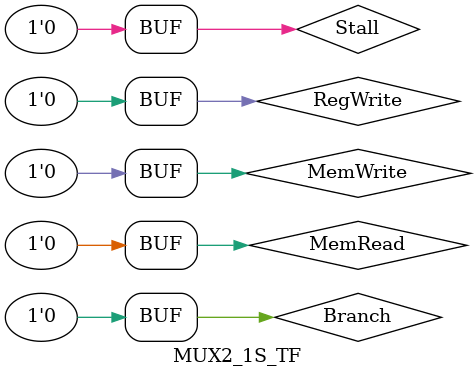
<source format=v>
`timescale 1ns / 1ps


module MUX2_1S_TF;

	// Inputs
	reg Branch;
	reg RegWrite;
	reg MemRead;
	reg MemWrite;
	reg Stall;

	// Outputs
	wire OutBranch;
	wire OutRegWrite;
	wire OutMemWrite;
	wire OutMemRead;

	// Instantiate the Unit Under Test (UUT)
	MUX2_1S uut (
		.Branch(Branch), 
		.RegWrite(RegWrite), 
		.MemRead(MemRead), 
		.MemWrite(MemWrite), 
		.Stall(Stall), 
		.OutBranch(OutBranch), 
		.OutRegWrite(OutRegWrite), 
		.OutMemWrite(OutMemWrite), 
		.OutMemRead(OutMemRead)
	);

	initial begin
		// Initialize Inputs
		Branch = 0;
		RegWrite = 0;
		MemRead = 0;
		MemWrite = 0;
		Stall = 0;
		#100;
        
		Branch = 0;
		RegWrite = 0;
		MemRead = 0;
		MemWrite = 0;
		Stall = 1;
		#100;
		
		Branch = 0;
		RegWrite = 0;
		MemRead = 0;
		MemWrite = 0;
		Stall = 0;
		#100;
		// Add stimulus here

	end
      
endmodule


</source>
